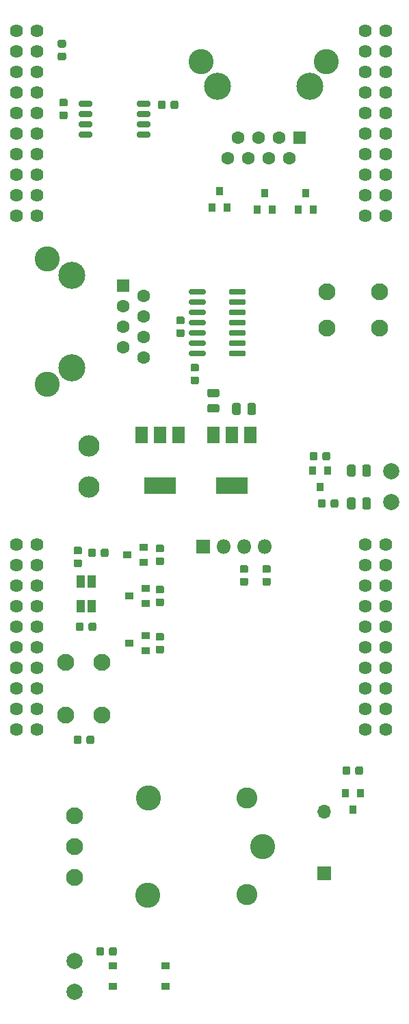
<source format=gbr>
%TF.GenerationSoftware,KiCad,Pcbnew,5.1.6-1.fc32*%
%TF.CreationDate,2021-02-06T17:56:30+01:00*%
%TF.ProjectId,New-New-ACNode-Shield,4e65772d-4e65-4772-9d41-434e6f64652d,rev?*%
%TF.SameCoordinates,Original*%
%TF.FileFunction,Soldermask,Top*%
%TF.FilePolarity,Negative*%
%FSLAX46Y46*%
G04 Gerber Fmt 4.6, Leading zero omitted, Abs format (unit mm)*
G04 Created by KiCad (PCBNEW 5.1.6-1.fc32) date 2021-02-06 17:56:30*
%MOMM*%
%LPD*%
G01*
G04 APERTURE LIST*
%ADD10C,1.624000*%
%ADD11C,3.100000*%
%ADD12C,2.600000*%
%ADD13R,1.600000X2.100000*%
%ADD14R,3.900000X2.100000*%
%ADD15R,1.100000X0.900000*%
%ADD16C,2.100000*%
%ADD17R,0.900000X1.000000*%
%ADD18R,1.000000X0.900000*%
%ADD19C,2.000000*%
%ADD20O,1.800000X1.800000*%
%ADD21R,1.800000X1.800000*%
%ADD22C,2.640000*%
%ADD23C,1.600000*%
%ADD24R,1.600000X1.600000*%
%ADD25C,3.350000*%
%ADD26O,1.700000X1.700000*%
%ADD27R,1.700000X1.700000*%
%ADD28R,1.000000X1.600000*%
G04 APERTURE END LIST*
D10*
%TO.C,U2*%
X170180000Y-132080000D03*
X167640000Y-132080000D03*
X127000000Y-132080000D03*
X124460000Y-132080000D03*
X170180000Y-129540000D03*
X167640000Y-129540000D03*
X170180000Y-127000000D03*
X167640000Y-127000000D03*
X170180000Y-124460000D03*
X167640000Y-124460000D03*
X170180000Y-121920000D03*
X167640000Y-121920000D03*
X170180000Y-119380000D03*
X167640000Y-119380000D03*
X170180000Y-116840000D03*
X167640000Y-116840000D03*
X170180000Y-114300000D03*
X167640000Y-114300000D03*
X170180000Y-111760000D03*
X167640000Y-111760000D03*
X170180000Y-109220000D03*
X167640000Y-109220000D03*
X170180000Y-68580000D03*
X167640000Y-68580000D03*
X170180000Y-66040000D03*
X167640000Y-66040000D03*
X170180000Y-63500000D03*
X167640000Y-63500000D03*
X170180000Y-60960000D03*
X167640000Y-60960000D03*
X170180000Y-58420000D03*
X167640000Y-58420000D03*
X170180000Y-55880000D03*
X167640000Y-55880000D03*
X170180000Y-53340000D03*
X167640000Y-53340000D03*
X170180000Y-50800000D03*
X167640000Y-50800000D03*
X170180000Y-48260000D03*
X167640000Y-48260000D03*
X170180000Y-45720000D03*
X167640000Y-45720000D03*
X127000000Y-129540000D03*
X124460000Y-129540000D03*
X127000000Y-127000000D03*
X124460000Y-127000000D03*
X127000000Y-124460000D03*
X124460000Y-124460000D03*
X127000000Y-121920000D03*
X124460000Y-121920000D03*
X127000000Y-119380000D03*
X124460000Y-119380000D03*
X127000000Y-116840000D03*
X124460000Y-116840000D03*
X127000000Y-114300000D03*
X124460000Y-114300000D03*
X127000000Y-111760000D03*
X124460000Y-111760000D03*
X127000000Y-109220000D03*
X124460000Y-109220000D03*
X127000000Y-68580000D03*
X124460000Y-68580000D03*
X127000000Y-66040000D03*
X124460000Y-66040000D03*
X127000000Y-63500000D03*
X124460000Y-63500000D03*
X127000000Y-60960000D03*
X124460000Y-60960000D03*
X127000000Y-58420000D03*
X124460000Y-58420000D03*
X127000000Y-55880000D03*
X124460000Y-55880000D03*
X127000000Y-53340000D03*
X124460000Y-53340000D03*
X127000000Y-50800000D03*
X124460000Y-50800000D03*
X127000000Y-48260000D03*
X124460000Y-48260000D03*
X127000000Y-45720000D03*
X124460000Y-45720000D03*
%TD*%
D11*
%TO.C,K1*%
X154940000Y-146558000D03*
D12*
X152990000Y-152508000D03*
D11*
X140740000Y-152558000D03*
X140790000Y-140508000D03*
D12*
X152990000Y-140508000D03*
%TD*%
D13*
%TO.C,U5*%
X153430000Y-95656000D03*
X148830000Y-95656000D03*
X151130000Y-95656000D03*
D14*
X151130000Y-101956000D03*
%TD*%
D15*
%TO.C,U4*%
X136450000Y-163830000D03*
X142950000Y-163830000D03*
X142950000Y-161290000D03*
X136450000Y-161290000D03*
%TD*%
%TO.C,U3*%
G36*
G01*
X139402000Y-54912000D02*
X139402000Y-54562000D01*
G75*
G02*
X139577000Y-54387000I175000J0D01*
G01*
X140927000Y-54387000D01*
G75*
G02*
X141102000Y-54562000I0J-175000D01*
G01*
X141102000Y-54912000D01*
G75*
G02*
X140927000Y-55087000I-175000J0D01*
G01*
X139577000Y-55087000D01*
G75*
G02*
X139402000Y-54912000I0J175000D01*
G01*
G37*
G36*
G01*
X139402000Y-56182000D02*
X139402000Y-55832000D01*
G75*
G02*
X139577000Y-55657000I175000J0D01*
G01*
X140927000Y-55657000D01*
G75*
G02*
X141102000Y-55832000I0J-175000D01*
G01*
X141102000Y-56182000D01*
G75*
G02*
X140927000Y-56357000I-175000J0D01*
G01*
X139577000Y-56357000D01*
G75*
G02*
X139402000Y-56182000I0J175000D01*
G01*
G37*
G36*
G01*
X139402000Y-57452000D02*
X139402000Y-57102000D01*
G75*
G02*
X139577000Y-56927000I175000J0D01*
G01*
X140927000Y-56927000D01*
G75*
G02*
X141102000Y-57102000I0J-175000D01*
G01*
X141102000Y-57452000D01*
G75*
G02*
X140927000Y-57627000I-175000J0D01*
G01*
X139577000Y-57627000D01*
G75*
G02*
X139402000Y-57452000I0J175000D01*
G01*
G37*
G36*
G01*
X139402000Y-58722000D02*
X139402000Y-58372000D01*
G75*
G02*
X139577000Y-58197000I175000J0D01*
G01*
X140927000Y-58197000D01*
G75*
G02*
X141102000Y-58372000I0J-175000D01*
G01*
X141102000Y-58722000D01*
G75*
G02*
X140927000Y-58897000I-175000J0D01*
G01*
X139577000Y-58897000D01*
G75*
G02*
X139402000Y-58722000I0J175000D01*
G01*
G37*
G36*
G01*
X132202000Y-58722000D02*
X132202000Y-58372000D01*
G75*
G02*
X132377000Y-58197000I175000J0D01*
G01*
X133727000Y-58197000D01*
G75*
G02*
X133902000Y-58372000I0J-175000D01*
G01*
X133902000Y-58722000D01*
G75*
G02*
X133727000Y-58897000I-175000J0D01*
G01*
X132377000Y-58897000D01*
G75*
G02*
X132202000Y-58722000I0J175000D01*
G01*
G37*
G36*
G01*
X132202000Y-57452000D02*
X132202000Y-57102000D01*
G75*
G02*
X132377000Y-56927000I175000J0D01*
G01*
X133727000Y-56927000D01*
G75*
G02*
X133902000Y-57102000I0J-175000D01*
G01*
X133902000Y-57452000D01*
G75*
G02*
X133727000Y-57627000I-175000J0D01*
G01*
X132377000Y-57627000D01*
G75*
G02*
X132202000Y-57452000I0J175000D01*
G01*
G37*
G36*
G01*
X132202000Y-56182000D02*
X132202000Y-55832000D01*
G75*
G02*
X132377000Y-55657000I175000J0D01*
G01*
X133727000Y-55657000D01*
G75*
G02*
X133902000Y-55832000I0J-175000D01*
G01*
X133902000Y-56182000D01*
G75*
G02*
X133727000Y-56357000I-175000J0D01*
G01*
X132377000Y-56357000D01*
G75*
G02*
X132202000Y-56182000I0J175000D01*
G01*
G37*
G36*
G01*
X132202000Y-54912000D02*
X132202000Y-54562000D01*
G75*
G02*
X132377000Y-54387000I175000J0D01*
G01*
X133727000Y-54387000D01*
G75*
G02*
X133902000Y-54562000I0J-175000D01*
G01*
X133902000Y-54912000D01*
G75*
G02*
X133727000Y-55087000I-175000J0D01*
G01*
X132377000Y-55087000D01*
G75*
G02*
X132202000Y-54912000I0J175000D01*
G01*
G37*
%TD*%
%TO.C,U1*%
G36*
G01*
X147902000Y-85423000D02*
X147902000Y-85773000D01*
G75*
G02*
X147727000Y-85948000I-175000J0D01*
G01*
X146027000Y-85948000D01*
G75*
G02*
X145852000Y-85773000I0J175000D01*
G01*
X145852000Y-85423000D01*
G75*
G02*
X146027000Y-85248000I175000J0D01*
G01*
X147727000Y-85248000D01*
G75*
G02*
X147902000Y-85423000I0J-175000D01*
G01*
G37*
G36*
G01*
X147902000Y-84153000D02*
X147902000Y-84503000D01*
G75*
G02*
X147727000Y-84678000I-175000J0D01*
G01*
X146027000Y-84678000D01*
G75*
G02*
X145852000Y-84503000I0J175000D01*
G01*
X145852000Y-84153000D01*
G75*
G02*
X146027000Y-83978000I175000J0D01*
G01*
X147727000Y-83978000D01*
G75*
G02*
X147902000Y-84153000I0J-175000D01*
G01*
G37*
G36*
G01*
X147902000Y-82883000D02*
X147902000Y-83233000D01*
G75*
G02*
X147727000Y-83408000I-175000J0D01*
G01*
X146027000Y-83408000D01*
G75*
G02*
X145852000Y-83233000I0J175000D01*
G01*
X145852000Y-82883000D01*
G75*
G02*
X146027000Y-82708000I175000J0D01*
G01*
X147727000Y-82708000D01*
G75*
G02*
X147902000Y-82883000I0J-175000D01*
G01*
G37*
G36*
G01*
X147902000Y-81613000D02*
X147902000Y-81963000D01*
G75*
G02*
X147727000Y-82138000I-175000J0D01*
G01*
X146027000Y-82138000D01*
G75*
G02*
X145852000Y-81963000I0J175000D01*
G01*
X145852000Y-81613000D01*
G75*
G02*
X146027000Y-81438000I175000J0D01*
G01*
X147727000Y-81438000D01*
G75*
G02*
X147902000Y-81613000I0J-175000D01*
G01*
G37*
G36*
G01*
X147902000Y-80343000D02*
X147902000Y-80693000D01*
G75*
G02*
X147727000Y-80868000I-175000J0D01*
G01*
X146027000Y-80868000D01*
G75*
G02*
X145852000Y-80693000I0J175000D01*
G01*
X145852000Y-80343000D01*
G75*
G02*
X146027000Y-80168000I175000J0D01*
G01*
X147727000Y-80168000D01*
G75*
G02*
X147902000Y-80343000I0J-175000D01*
G01*
G37*
G36*
G01*
X147902000Y-79073000D02*
X147902000Y-79423000D01*
G75*
G02*
X147727000Y-79598000I-175000J0D01*
G01*
X146027000Y-79598000D01*
G75*
G02*
X145852000Y-79423000I0J175000D01*
G01*
X145852000Y-79073000D01*
G75*
G02*
X146027000Y-78898000I175000J0D01*
G01*
X147727000Y-78898000D01*
G75*
G02*
X147902000Y-79073000I0J-175000D01*
G01*
G37*
G36*
G01*
X147902000Y-77803000D02*
X147902000Y-78153000D01*
G75*
G02*
X147727000Y-78328000I-175000J0D01*
G01*
X146027000Y-78328000D01*
G75*
G02*
X145852000Y-78153000I0J175000D01*
G01*
X145852000Y-77803000D01*
G75*
G02*
X146027000Y-77628000I175000J0D01*
G01*
X147727000Y-77628000D01*
G75*
G02*
X147902000Y-77803000I0J-175000D01*
G01*
G37*
G36*
G01*
X152852000Y-77803000D02*
X152852000Y-78153000D01*
G75*
G02*
X152677000Y-78328000I-175000J0D01*
G01*
X150977000Y-78328000D01*
G75*
G02*
X150802000Y-78153000I0J175000D01*
G01*
X150802000Y-77803000D01*
G75*
G02*
X150977000Y-77628000I175000J0D01*
G01*
X152677000Y-77628000D01*
G75*
G02*
X152852000Y-77803000I0J-175000D01*
G01*
G37*
G36*
G01*
X152852000Y-79073000D02*
X152852000Y-79423000D01*
G75*
G02*
X152677000Y-79598000I-175000J0D01*
G01*
X150977000Y-79598000D01*
G75*
G02*
X150802000Y-79423000I0J175000D01*
G01*
X150802000Y-79073000D01*
G75*
G02*
X150977000Y-78898000I175000J0D01*
G01*
X152677000Y-78898000D01*
G75*
G02*
X152852000Y-79073000I0J-175000D01*
G01*
G37*
G36*
G01*
X152852000Y-80343000D02*
X152852000Y-80693000D01*
G75*
G02*
X152677000Y-80868000I-175000J0D01*
G01*
X150977000Y-80868000D01*
G75*
G02*
X150802000Y-80693000I0J175000D01*
G01*
X150802000Y-80343000D01*
G75*
G02*
X150977000Y-80168000I175000J0D01*
G01*
X152677000Y-80168000D01*
G75*
G02*
X152852000Y-80343000I0J-175000D01*
G01*
G37*
G36*
G01*
X152852000Y-81613000D02*
X152852000Y-81963000D01*
G75*
G02*
X152677000Y-82138000I-175000J0D01*
G01*
X150977000Y-82138000D01*
G75*
G02*
X150802000Y-81963000I0J175000D01*
G01*
X150802000Y-81613000D01*
G75*
G02*
X150977000Y-81438000I175000J0D01*
G01*
X152677000Y-81438000D01*
G75*
G02*
X152852000Y-81613000I0J-175000D01*
G01*
G37*
G36*
G01*
X152852000Y-82883000D02*
X152852000Y-83233000D01*
G75*
G02*
X152677000Y-83408000I-175000J0D01*
G01*
X150977000Y-83408000D01*
G75*
G02*
X150802000Y-83233000I0J175000D01*
G01*
X150802000Y-82883000D01*
G75*
G02*
X150977000Y-82708000I175000J0D01*
G01*
X152677000Y-82708000D01*
G75*
G02*
X152852000Y-82883000I0J-175000D01*
G01*
G37*
G36*
G01*
X152852000Y-84153000D02*
X152852000Y-84503000D01*
G75*
G02*
X152677000Y-84678000I-175000J0D01*
G01*
X150977000Y-84678000D01*
G75*
G02*
X150802000Y-84503000I0J175000D01*
G01*
X150802000Y-84153000D01*
G75*
G02*
X150977000Y-83978000I175000J0D01*
G01*
X152677000Y-83978000D01*
G75*
G02*
X152852000Y-84153000I0J-175000D01*
G01*
G37*
G36*
G01*
X152852000Y-85423000D02*
X152852000Y-85773000D01*
G75*
G02*
X152677000Y-85948000I-175000J0D01*
G01*
X150977000Y-85948000D01*
G75*
G02*
X150802000Y-85773000I0J175000D01*
G01*
X150802000Y-85423000D01*
G75*
G02*
X150977000Y-85248000I175000J0D01*
G01*
X152677000Y-85248000D01*
G75*
G02*
X152852000Y-85423000I0J-175000D01*
G01*
G37*
%TD*%
D16*
%TO.C,SW2*%
X130556000Y-123802000D03*
X135056000Y-123802000D03*
X130556000Y-130302000D03*
X135056000Y-130302000D03*
%TD*%
%TO.C,SW1*%
X169400000Y-78000000D03*
X169400000Y-82500000D03*
X162900000Y-78000000D03*
X162900000Y-82500000D03*
%TD*%
%TO.C,R16*%
G36*
G01*
X161752000Y-98016750D02*
X161752000Y-98579250D01*
G75*
G02*
X161508250Y-98823000I-243750J0D01*
G01*
X161020750Y-98823000D01*
G75*
G02*
X160777000Y-98579250I0J243750D01*
G01*
X160777000Y-98016750D01*
G75*
G02*
X161020750Y-97773000I243750J0D01*
G01*
X161508250Y-97773000D01*
G75*
G02*
X161752000Y-98016750I0J-243750D01*
G01*
G37*
G36*
G01*
X163327000Y-98016750D02*
X163327000Y-98579250D01*
G75*
G02*
X163083250Y-98823000I-243750J0D01*
G01*
X162595750Y-98823000D01*
G75*
G02*
X162352000Y-98579250I0J243750D01*
G01*
X162352000Y-98016750D01*
G75*
G02*
X162595750Y-97773000I243750J0D01*
G01*
X163083250Y-97773000D01*
G75*
G02*
X163327000Y-98016750I0J-243750D01*
G01*
G37*
%TD*%
%TO.C,R15*%
G36*
G01*
X162768000Y-103858750D02*
X162768000Y-104421250D01*
G75*
G02*
X162524250Y-104665000I-243750J0D01*
G01*
X162036750Y-104665000D01*
G75*
G02*
X161793000Y-104421250I0J243750D01*
G01*
X161793000Y-103858750D01*
G75*
G02*
X162036750Y-103615000I243750J0D01*
G01*
X162524250Y-103615000D01*
G75*
G02*
X162768000Y-103858750I0J-243750D01*
G01*
G37*
G36*
G01*
X164343000Y-103858750D02*
X164343000Y-104421250D01*
G75*
G02*
X164099250Y-104665000I-243750J0D01*
G01*
X163611750Y-104665000D01*
G75*
G02*
X163368000Y-104421250I0J243750D01*
G01*
X163368000Y-103858750D01*
G75*
G02*
X163611750Y-103615000I243750J0D01*
G01*
X164099250Y-103615000D01*
G75*
G02*
X164343000Y-103858750I0J-243750D01*
G01*
G37*
%TD*%
%TO.C,R14*%
G36*
G01*
X133142000Y-133631250D02*
X133142000Y-133068750D01*
G75*
G02*
X133385750Y-132825000I243750J0D01*
G01*
X133873250Y-132825000D01*
G75*
G02*
X134117000Y-133068750I0J-243750D01*
G01*
X134117000Y-133631250D01*
G75*
G02*
X133873250Y-133875000I-243750J0D01*
G01*
X133385750Y-133875000D01*
G75*
G02*
X133142000Y-133631250I0J243750D01*
G01*
G37*
G36*
G01*
X131567000Y-133631250D02*
X131567000Y-133068750D01*
G75*
G02*
X131810750Y-132825000I243750J0D01*
G01*
X132298250Y-132825000D01*
G75*
G02*
X132542000Y-133068750I0J-243750D01*
G01*
X132542000Y-133631250D01*
G75*
G02*
X132298250Y-133875000I-243750J0D01*
G01*
X131810750Y-133875000D01*
G75*
G02*
X131567000Y-133631250I0J243750D01*
G01*
G37*
%TD*%
%TO.C,R13*%
G36*
G01*
X155729250Y-112730000D02*
X155166750Y-112730000D01*
G75*
G02*
X154923000Y-112486250I0J243750D01*
G01*
X154923000Y-111998750D01*
G75*
G02*
X155166750Y-111755000I243750J0D01*
G01*
X155729250Y-111755000D01*
G75*
G02*
X155973000Y-111998750I0J-243750D01*
G01*
X155973000Y-112486250D01*
G75*
G02*
X155729250Y-112730000I-243750J0D01*
G01*
G37*
G36*
G01*
X155729250Y-114305000D02*
X155166750Y-114305000D01*
G75*
G02*
X154923000Y-114061250I0J243750D01*
G01*
X154923000Y-113573750D01*
G75*
G02*
X155166750Y-113330000I243750J0D01*
G01*
X155729250Y-113330000D01*
G75*
G02*
X155973000Y-113573750I0J-243750D01*
G01*
X155973000Y-114061250D01*
G75*
G02*
X155729250Y-114305000I-243750J0D01*
G01*
G37*
%TD*%
%TO.C,R12*%
G36*
G01*
X152935250Y-112730000D02*
X152372750Y-112730000D01*
G75*
G02*
X152129000Y-112486250I0J243750D01*
G01*
X152129000Y-111998750D01*
G75*
G02*
X152372750Y-111755000I243750J0D01*
G01*
X152935250Y-111755000D01*
G75*
G02*
X153179000Y-111998750I0J-243750D01*
G01*
X153179000Y-112486250D01*
G75*
G02*
X152935250Y-112730000I-243750J0D01*
G01*
G37*
G36*
G01*
X152935250Y-114305000D02*
X152372750Y-114305000D01*
G75*
G02*
X152129000Y-114061250I0J243750D01*
G01*
X152129000Y-113573750D01*
G75*
G02*
X152372750Y-113330000I243750J0D01*
G01*
X152935250Y-113330000D01*
G75*
G02*
X153179000Y-113573750I0J-243750D01*
G01*
X153179000Y-114061250D01*
G75*
G02*
X152935250Y-114305000I-243750J0D01*
G01*
G37*
%TD*%
%TO.C,R11*%
G36*
G01*
X135336000Y-159230750D02*
X135336000Y-159793250D01*
G75*
G02*
X135092250Y-160037000I-243750J0D01*
G01*
X134604750Y-160037000D01*
G75*
G02*
X134361000Y-159793250I0J243750D01*
G01*
X134361000Y-159230750D01*
G75*
G02*
X134604750Y-158987000I243750J0D01*
G01*
X135092250Y-158987000D01*
G75*
G02*
X135336000Y-159230750I0J-243750D01*
G01*
G37*
G36*
G01*
X136911000Y-159230750D02*
X136911000Y-159793250D01*
G75*
G02*
X136667250Y-160037000I-243750J0D01*
G01*
X136179750Y-160037000D01*
G75*
G02*
X135936000Y-159793250I0J243750D01*
G01*
X135936000Y-159230750D01*
G75*
G02*
X136179750Y-158987000I243750J0D01*
G01*
X136667250Y-158987000D01*
G75*
G02*
X136911000Y-159230750I0J-243750D01*
G01*
G37*
%TD*%
%TO.C,R10*%
G36*
G01*
X129818750Y-48400000D02*
X130381250Y-48400000D01*
G75*
G02*
X130625000Y-48643750I0J-243750D01*
G01*
X130625000Y-49131250D01*
G75*
G02*
X130381250Y-49375000I-243750J0D01*
G01*
X129818750Y-49375000D01*
G75*
G02*
X129575000Y-49131250I0J243750D01*
G01*
X129575000Y-48643750D01*
G75*
G02*
X129818750Y-48400000I243750J0D01*
G01*
G37*
G36*
G01*
X129818750Y-46825000D02*
X130381250Y-46825000D01*
G75*
G02*
X130625000Y-47068750I0J-243750D01*
G01*
X130625000Y-47556250D01*
G75*
G02*
X130381250Y-47800000I-243750J0D01*
G01*
X129818750Y-47800000D01*
G75*
G02*
X129575000Y-47556250I0J243750D01*
G01*
X129575000Y-47068750D01*
G75*
G02*
X129818750Y-46825000I243750J0D01*
G01*
G37*
%TD*%
%TO.C,R9*%
G36*
G01*
X165816000Y-136878750D02*
X165816000Y-137441250D01*
G75*
G02*
X165572250Y-137685000I-243750J0D01*
G01*
X165084750Y-137685000D01*
G75*
G02*
X164841000Y-137441250I0J243750D01*
G01*
X164841000Y-136878750D01*
G75*
G02*
X165084750Y-136635000I243750J0D01*
G01*
X165572250Y-136635000D01*
G75*
G02*
X165816000Y-136878750I0J-243750D01*
G01*
G37*
G36*
G01*
X167391000Y-136878750D02*
X167391000Y-137441250D01*
G75*
G02*
X167147250Y-137685000I-243750J0D01*
G01*
X166659750Y-137685000D01*
G75*
G02*
X166416000Y-137441250I0J243750D01*
G01*
X166416000Y-136878750D01*
G75*
G02*
X166659750Y-136635000I243750J0D01*
G01*
X167147250Y-136635000D01*
G75*
G02*
X167391000Y-136878750I0J-243750D01*
G01*
G37*
%TD*%
%TO.C,R8*%
G36*
G01*
X142521250Y-121112000D02*
X141958750Y-121112000D01*
G75*
G02*
X141715000Y-120868250I0J243750D01*
G01*
X141715000Y-120380750D01*
G75*
G02*
X141958750Y-120137000I243750J0D01*
G01*
X142521250Y-120137000D01*
G75*
G02*
X142765000Y-120380750I0J-243750D01*
G01*
X142765000Y-120868250D01*
G75*
G02*
X142521250Y-121112000I-243750J0D01*
G01*
G37*
G36*
G01*
X142521250Y-122687000D02*
X141958750Y-122687000D01*
G75*
G02*
X141715000Y-122443250I0J243750D01*
G01*
X141715000Y-121955750D01*
G75*
G02*
X141958750Y-121712000I243750J0D01*
G01*
X142521250Y-121712000D01*
G75*
G02*
X142765000Y-121955750I0J-243750D01*
G01*
X142765000Y-122443250D01*
G75*
G02*
X142521250Y-122687000I-243750J0D01*
G01*
G37*
%TD*%
%TO.C,R7*%
G36*
G01*
X142521250Y-115270000D02*
X141958750Y-115270000D01*
G75*
G02*
X141715000Y-115026250I0J243750D01*
G01*
X141715000Y-114538750D01*
G75*
G02*
X141958750Y-114295000I243750J0D01*
G01*
X142521250Y-114295000D01*
G75*
G02*
X142765000Y-114538750I0J-243750D01*
G01*
X142765000Y-115026250D01*
G75*
G02*
X142521250Y-115270000I-243750J0D01*
G01*
G37*
G36*
G01*
X142521250Y-116845000D02*
X141958750Y-116845000D01*
G75*
G02*
X141715000Y-116601250I0J243750D01*
G01*
X141715000Y-116113750D01*
G75*
G02*
X141958750Y-115870000I243750J0D01*
G01*
X142521250Y-115870000D01*
G75*
G02*
X142765000Y-116113750I0J-243750D01*
G01*
X142765000Y-116601250D01*
G75*
G02*
X142521250Y-116845000I-243750J0D01*
G01*
G37*
%TD*%
%TO.C,R6*%
G36*
G01*
X142521250Y-110190000D02*
X141958750Y-110190000D01*
G75*
G02*
X141715000Y-109946250I0J243750D01*
G01*
X141715000Y-109458750D01*
G75*
G02*
X141958750Y-109215000I243750J0D01*
G01*
X142521250Y-109215000D01*
G75*
G02*
X142765000Y-109458750I0J-243750D01*
G01*
X142765000Y-109946250D01*
G75*
G02*
X142521250Y-110190000I-243750J0D01*
G01*
G37*
G36*
G01*
X142521250Y-111765000D02*
X141958750Y-111765000D01*
G75*
G02*
X141715000Y-111521250I0J243750D01*
G01*
X141715000Y-111033750D01*
G75*
G02*
X141958750Y-110790000I243750J0D01*
G01*
X142521250Y-110790000D01*
G75*
G02*
X142765000Y-111033750I0J-243750D01*
G01*
X142765000Y-111521250D01*
G75*
G02*
X142521250Y-111765000I-243750J0D01*
G01*
G37*
%TD*%
%TO.C,R5*%
G36*
G01*
X133396000Y-119661250D02*
X133396000Y-119098750D01*
G75*
G02*
X133639750Y-118855000I243750J0D01*
G01*
X134127250Y-118855000D01*
G75*
G02*
X134371000Y-119098750I0J-243750D01*
G01*
X134371000Y-119661250D01*
G75*
G02*
X134127250Y-119905000I-243750J0D01*
G01*
X133639750Y-119905000D01*
G75*
G02*
X133396000Y-119661250I0J243750D01*
G01*
G37*
G36*
G01*
X131821000Y-119661250D02*
X131821000Y-119098750D01*
G75*
G02*
X132064750Y-118855000I243750J0D01*
G01*
X132552250Y-118855000D01*
G75*
G02*
X132796000Y-119098750I0J-243750D01*
G01*
X132796000Y-119661250D01*
G75*
G02*
X132552250Y-119905000I-243750J0D01*
G01*
X132064750Y-119905000D01*
G75*
G02*
X131821000Y-119661250I0J243750D01*
G01*
G37*
%TD*%
%TO.C,R4*%
G36*
G01*
X132361250Y-110444000D02*
X131798750Y-110444000D01*
G75*
G02*
X131555000Y-110200250I0J243750D01*
G01*
X131555000Y-109712750D01*
G75*
G02*
X131798750Y-109469000I243750J0D01*
G01*
X132361250Y-109469000D01*
G75*
G02*
X132605000Y-109712750I0J-243750D01*
G01*
X132605000Y-110200250D01*
G75*
G02*
X132361250Y-110444000I-243750J0D01*
G01*
G37*
G36*
G01*
X132361250Y-112019000D02*
X131798750Y-112019000D01*
G75*
G02*
X131555000Y-111775250I0J243750D01*
G01*
X131555000Y-111287750D01*
G75*
G02*
X131798750Y-111044000I243750J0D01*
G01*
X132361250Y-111044000D01*
G75*
G02*
X132605000Y-111287750I0J-243750D01*
G01*
X132605000Y-111775250D01*
G75*
G02*
X132361250Y-112019000I-243750J0D01*
G01*
G37*
%TD*%
%TO.C,R3*%
G36*
G01*
X134920000Y-110517250D02*
X134920000Y-109954750D01*
G75*
G02*
X135163750Y-109711000I243750J0D01*
G01*
X135651250Y-109711000D01*
G75*
G02*
X135895000Y-109954750I0J-243750D01*
G01*
X135895000Y-110517250D01*
G75*
G02*
X135651250Y-110761000I-243750J0D01*
G01*
X135163750Y-110761000D01*
G75*
G02*
X134920000Y-110517250I0J243750D01*
G01*
G37*
G36*
G01*
X133345000Y-110517250D02*
X133345000Y-109954750D01*
G75*
G02*
X133588750Y-109711000I243750J0D01*
G01*
X134076250Y-109711000D01*
G75*
G02*
X134320000Y-109954750I0J-243750D01*
G01*
X134320000Y-110517250D01*
G75*
G02*
X134076250Y-110761000I-243750J0D01*
G01*
X133588750Y-110761000D01*
G75*
G02*
X133345000Y-110517250I0J243750D01*
G01*
G37*
%TD*%
%TO.C,R2*%
G36*
G01*
X130583250Y-55072000D02*
X130020750Y-55072000D01*
G75*
G02*
X129777000Y-54828250I0J243750D01*
G01*
X129777000Y-54340750D01*
G75*
G02*
X130020750Y-54097000I243750J0D01*
G01*
X130583250Y-54097000D01*
G75*
G02*
X130827000Y-54340750I0J-243750D01*
G01*
X130827000Y-54828250D01*
G75*
G02*
X130583250Y-55072000I-243750J0D01*
G01*
G37*
G36*
G01*
X130583250Y-56647000D02*
X130020750Y-56647000D01*
G75*
G02*
X129777000Y-56403250I0J243750D01*
G01*
X129777000Y-55915750D01*
G75*
G02*
X130020750Y-55672000I243750J0D01*
G01*
X130583250Y-55672000D01*
G75*
G02*
X130827000Y-55915750I0J-243750D01*
G01*
X130827000Y-56403250D01*
G75*
G02*
X130583250Y-56647000I-243750J0D01*
G01*
G37*
%TD*%
%TO.C,R1*%
G36*
G01*
X144498750Y-82596000D02*
X145061250Y-82596000D01*
G75*
G02*
X145305000Y-82839750I0J-243750D01*
G01*
X145305000Y-83327250D01*
G75*
G02*
X145061250Y-83571000I-243750J0D01*
G01*
X144498750Y-83571000D01*
G75*
G02*
X144255000Y-83327250I0J243750D01*
G01*
X144255000Y-82839750D01*
G75*
G02*
X144498750Y-82596000I243750J0D01*
G01*
G37*
G36*
G01*
X144498750Y-81021000D02*
X145061250Y-81021000D01*
G75*
G02*
X145305000Y-81264750I0J-243750D01*
G01*
X145305000Y-81752250D01*
G75*
G02*
X145061250Y-81996000I-243750J0D01*
G01*
X144498750Y-81996000D01*
G75*
G02*
X144255000Y-81752250I0J243750D01*
G01*
X144255000Y-81264750D01*
G75*
G02*
X144498750Y-81021000I243750J0D01*
G01*
G37*
%TD*%
D17*
%TO.C,Q9*%
X162052000Y-102092000D03*
X161102000Y-100092000D03*
X163002000Y-100092000D03*
%TD*%
%TO.C,Q8*%
X166116000Y-141970000D03*
X165166000Y-139970000D03*
X167066000Y-139970000D03*
%TD*%
D13*
%TO.C,Q7*%
X144540000Y-95656000D03*
X139940000Y-95656000D03*
X142240000Y-95656000D03*
D14*
X142240000Y-101956000D03*
%TD*%
D18*
%TO.C,Q6*%
X138446000Y-121412000D03*
X140446000Y-120462000D03*
X140446000Y-122362000D03*
%TD*%
%TO.C,Q5*%
X138446000Y-115570000D03*
X140446000Y-114620000D03*
X140446000Y-116520000D03*
%TD*%
%TO.C,Q4*%
X138192000Y-110490000D03*
X140192000Y-109540000D03*
X140192000Y-111440000D03*
%TD*%
D17*
%TO.C,Q3*%
X155194000Y-65802000D03*
X156144000Y-67802000D03*
X154244000Y-67802000D03*
%TD*%
%TO.C,Q2*%
X149606000Y-65548000D03*
X150556000Y-67548000D03*
X148656000Y-67548000D03*
%TD*%
%TO.C,Q1*%
X160274000Y-65802000D03*
X161224000Y-67802000D03*
X159324000Y-67802000D03*
%TD*%
D19*
%TO.C,J7*%
X170844000Y-100198000D03*
X170844000Y-104008000D03*
%TD*%
D20*
%TO.C,J6*%
X155194000Y-109474000D03*
X152654000Y-109474000D03*
X150114000Y-109474000D03*
D21*
X147574000Y-109474000D03*
%TD*%
D19*
%TO.C,J5*%
X131670000Y-164470000D03*
X131670000Y-160660000D03*
%TD*%
D16*
%TO.C,J4*%
X131670000Y-150368000D03*
X131670000Y-146558000D03*
X131670000Y-142748000D03*
%TD*%
D22*
%TO.C,J3*%
X133490000Y-102088000D03*
X133490000Y-97008000D03*
%TD*%
D23*
%TO.C,J2*%
X153162000Y-61468000D03*
X150622000Y-61468000D03*
D11*
X162837000Y-49528000D03*
D23*
X158242000Y-61468000D03*
D24*
X159512000Y-58928000D03*
D23*
X151892000Y-58928000D03*
X155702000Y-61468000D03*
X154432000Y-58928000D03*
X156972000Y-58928000D03*
D25*
X160782000Y-52578000D03*
D11*
X147297000Y-49528000D03*
D25*
X149352000Y-52578000D03*
%TD*%
D23*
%TO.C,J1*%
X140208000Y-83566000D03*
X140208000Y-86106000D03*
D11*
X128268000Y-73891000D03*
D23*
X140208000Y-78486000D03*
D24*
X137668000Y-77216000D03*
D23*
X137668000Y-84836000D03*
X140208000Y-81026000D03*
X137668000Y-82296000D03*
X137668000Y-79756000D03*
D25*
X131318000Y-75946000D03*
D11*
X128268000Y-89431000D03*
D25*
X131318000Y-87376000D03*
%TD*%
%TO.C,FB2*%
G36*
G01*
X167278000Y-100557250D02*
X167278000Y-99594750D01*
G75*
G02*
X167546750Y-99326000I268750J0D01*
G01*
X168084250Y-99326000D01*
G75*
G02*
X168353000Y-99594750I0J-268750D01*
G01*
X168353000Y-100557250D01*
G75*
G02*
X168084250Y-100826000I-268750J0D01*
G01*
X167546750Y-100826000D01*
G75*
G02*
X167278000Y-100557250I0J268750D01*
G01*
G37*
G36*
G01*
X165403000Y-100557250D02*
X165403000Y-99594750D01*
G75*
G02*
X165671750Y-99326000I268750J0D01*
G01*
X166209250Y-99326000D01*
G75*
G02*
X166478000Y-99594750I0J-268750D01*
G01*
X166478000Y-100557250D01*
G75*
G02*
X166209250Y-100826000I-268750J0D01*
G01*
X165671750Y-100826000D01*
G75*
G02*
X165403000Y-100557250I0J268750D01*
G01*
G37*
%TD*%
%TO.C,FB1*%
G36*
G01*
X166478000Y-103658750D02*
X166478000Y-104621250D01*
G75*
G02*
X166209250Y-104890000I-268750J0D01*
G01*
X165671750Y-104890000D01*
G75*
G02*
X165403000Y-104621250I0J268750D01*
G01*
X165403000Y-103658750D01*
G75*
G02*
X165671750Y-103390000I268750J0D01*
G01*
X166209250Y-103390000D01*
G75*
G02*
X166478000Y-103658750I0J-268750D01*
G01*
G37*
G36*
G01*
X168353000Y-103658750D02*
X168353000Y-104621250D01*
G75*
G02*
X168084250Y-104890000I-268750J0D01*
G01*
X167546750Y-104890000D01*
G75*
G02*
X167278000Y-104621250I0J268750D01*
G01*
X167278000Y-103658750D01*
G75*
G02*
X167546750Y-103390000I268750J0D01*
G01*
X168084250Y-103390000D01*
G75*
G02*
X168353000Y-103658750I0J-268750D01*
G01*
G37*
%TD*%
D26*
%TO.C,D2*%
X162560000Y-142240000D03*
D27*
X162560000Y-149860000D03*
%TD*%
D28*
%TO.C,D1*%
X132396000Y-116866000D03*
X133796000Y-116866000D03*
X132396000Y-113766000D03*
X133796000Y-113766000D03*
%TD*%
%TO.C,C4*%
G36*
G01*
X153054000Y-92937250D02*
X153054000Y-91974750D01*
G75*
G02*
X153322750Y-91706000I268750J0D01*
G01*
X153860250Y-91706000D01*
G75*
G02*
X154129000Y-91974750I0J-268750D01*
G01*
X154129000Y-92937250D01*
G75*
G02*
X153860250Y-93206000I-268750J0D01*
G01*
X153322750Y-93206000D01*
G75*
G02*
X153054000Y-92937250I0J268750D01*
G01*
G37*
G36*
G01*
X151179000Y-92937250D02*
X151179000Y-91974750D01*
G75*
G02*
X151447750Y-91706000I268750J0D01*
G01*
X151985250Y-91706000D01*
G75*
G02*
X152254000Y-91974750I0J-268750D01*
G01*
X152254000Y-92937250D01*
G75*
G02*
X151985250Y-93206000I-268750J0D01*
G01*
X151447750Y-93206000D01*
G75*
G02*
X151179000Y-92937250I0J268750D01*
G01*
G37*
%TD*%
%TO.C,C3*%
G36*
G01*
X149325250Y-91040000D02*
X148362750Y-91040000D01*
G75*
G02*
X148094000Y-90771250I0J268750D01*
G01*
X148094000Y-90233750D01*
G75*
G02*
X148362750Y-89965000I268750J0D01*
G01*
X149325250Y-89965000D01*
G75*
G02*
X149594000Y-90233750I0J-268750D01*
G01*
X149594000Y-90771250D01*
G75*
G02*
X149325250Y-91040000I-268750J0D01*
G01*
G37*
G36*
G01*
X149325250Y-92915000D02*
X148362750Y-92915000D01*
G75*
G02*
X148094000Y-92646250I0J268750D01*
G01*
X148094000Y-92108750D01*
G75*
G02*
X148362750Y-91840000I268750J0D01*
G01*
X149325250Y-91840000D01*
G75*
G02*
X149594000Y-92108750I0J-268750D01*
G01*
X149594000Y-92646250D01*
G75*
G02*
X149325250Y-92915000I-268750J0D01*
G01*
G37*
%TD*%
%TO.C,C2*%
G36*
G01*
X142956000Y-54582750D02*
X142956000Y-55145250D01*
G75*
G02*
X142712250Y-55389000I-243750J0D01*
G01*
X142224750Y-55389000D01*
G75*
G02*
X141981000Y-55145250I0J243750D01*
G01*
X141981000Y-54582750D01*
G75*
G02*
X142224750Y-54339000I243750J0D01*
G01*
X142712250Y-54339000D01*
G75*
G02*
X142956000Y-54582750I0J-243750D01*
G01*
G37*
G36*
G01*
X144531000Y-54582750D02*
X144531000Y-55145250D01*
G75*
G02*
X144287250Y-55389000I-243750J0D01*
G01*
X143799750Y-55389000D01*
G75*
G02*
X143556000Y-55145250I0J243750D01*
G01*
X143556000Y-54582750D01*
G75*
G02*
X143799750Y-54339000I243750J0D01*
G01*
X144287250Y-54339000D01*
G75*
G02*
X144531000Y-54582750I0J-243750D01*
G01*
G37*
%TD*%
%TO.C,C1*%
G36*
G01*
X146276750Y-88438000D02*
X146839250Y-88438000D01*
G75*
G02*
X147083000Y-88681750I0J-243750D01*
G01*
X147083000Y-89169250D01*
G75*
G02*
X146839250Y-89413000I-243750J0D01*
G01*
X146276750Y-89413000D01*
G75*
G02*
X146033000Y-89169250I0J243750D01*
G01*
X146033000Y-88681750D01*
G75*
G02*
X146276750Y-88438000I243750J0D01*
G01*
G37*
G36*
G01*
X146276750Y-86863000D02*
X146839250Y-86863000D01*
G75*
G02*
X147083000Y-87106750I0J-243750D01*
G01*
X147083000Y-87594250D01*
G75*
G02*
X146839250Y-87838000I-243750J0D01*
G01*
X146276750Y-87838000D01*
G75*
G02*
X146033000Y-87594250I0J243750D01*
G01*
X146033000Y-87106750D01*
G75*
G02*
X146276750Y-86863000I243750J0D01*
G01*
G37*
%TD*%
M02*

</source>
